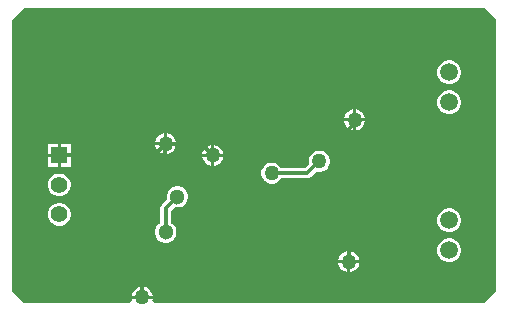
<source format=gbl>
G04*
G04 #@! TF.GenerationSoftware,Altium Limited,Altium Designer,25.2.1 (25)*
G04*
G04 Layer_Physical_Order=2*
G04 Layer_Color=16711680*
%FSLAX42Y42*%
%MOMM*%
G71*
G04*
G04 #@! TF.SameCoordinates,54F93AE9-759C-433E-98B8-B0DEF80D149C*
G04*
G04*
G04 #@! TF.FilePolarity,Positive*
G04*
G01*
G75*
%ADD31C,0.38*%
%ADD32C,1.50*%
%ADD33C,1.40*%
%ADD34R,1.40X1.40*%
%ADD35C,1.27*%
%ADD36C,1.30*%
G36*
X10500Y9400D02*
Y7100D01*
X10400Y7000D01*
X7600D01*
X7585Y7025D01*
X7589Y7037D01*
X7411D01*
X7415Y7025D01*
X7400Y7000D01*
X6500D01*
X6400Y7100D01*
Y9400D01*
X6500Y9500D01*
X10400D01*
X10500Y9400D01*
D02*
G37*
%LPC*%
G36*
X10113Y9054D02*
X10087D01*
X10061Y9048D01*
X10038Y9034D01*
X10020Y9016D01*
X10006Y8993D01*
X10000Y8967D01*
Y8941D01*
X10006Y8915D01*
X10020Y8892D01*
X10038Y8874D01*
X10061Y8860D01*
X10087Y8854D01*
X10113D01*
X10139Y8860D01*
X10162Y8874D01*
X10180Y8892D01*
X10194Y8915D01*
X10200Y8941D01*
Y8967D01*
X10194Y8993D01*
X10180Y9016D01*
X10162Y9034D01*
X10139Y9048D01*
X10113Y9054D01*
D02*
G37*
G36*
Y8800D02*
X10087D01*
X10061Y8794D01*
X10038Y8780D01*
X10020Y8762D01*
X10006Y8739D01*
X10000Y8713D01*
Y8687D01*
X10006Y8661D01*
X10020Y8638D01*
X10038Y8620D01*
X10061Y8606D01*
X10087Y8600D01*
X10113D01*
X10139Y8606D01*
X10162Y8620D01*
X10180Y8638D01*
X10194Y8661D01*
X10200Y8687D01*
Y8713D01*
X10194Y8739D01*
X10180Y8762D01*
X10162Y8780D01*
X10139Y8794D01*
X10113Y8800D01*
D02*
G37*
G36*
X9313Y8639D02*
Y8563D01*
X9389D01*
X9383Y8584D01*
X9371Y8605D01*
X9355Y8621D01*
X9334Y8633D01*
X9313Y8639D01*
D02*
G37*
G36*
X9287D02*
X9266Y8633D01*
X9245Y8621D01*
X9229Y8605D01*
X9217Y8584D01*
X9211Y8563D01*
X9287D01*
Y8639D01*
D02*
G37*
G36*
X9389Y8537D02*
X9313D01*
Y8461D01*
X9334Y8467D01*
X9355Y8479D01*
X9371Y8495D01*
X9383Y8516D01*
X9389Y8537D01*
D02*
G37*
G36*
X9287D02*
X9211D01*
X9217Y8516D01*
X9229Y8495D01*
X9245Y8479D01*
X9266Y8467D01*
X9287Y8461D01*
Y8537D01*
D02*
G37*
G36*
X7713Y8439D02*
Y8363D01*
X7789D01*
X7783Y8384D01*
X7771Y8405D01*
X7755Y8421D01*
X7734Y8433D01*
X7713Y8439D01*
D02*
G37*
G36*
X7687D02*
X7666Y8433D01*
X7645Y8421D01*
X7629Y8405D01*
X7617Y8384D01*
X7611Y8363D01*
X7687D01*
Y8439D01*
D02*
G37*
G36*
X6895Y8345D02*
X6813D01*
Y8263D01*
X6895D01*
Y8345D01*
D02*
G37*
G36*
X6787D02*
X6705D01*
Y8263D01*
X6787D01*
Y8345D01*
D02*
G37*
G36*
X8113Y8339D02*
Y8263D01*
X8189D01*
X8183Y8284D01*
X8171Y8305D01*
X8155Y8321D01*
X8134Y8333D01*
X8113Y8339D01*
D02*
G37*
G36*
X8087D02*
X8066Y8333D01*
X8045Y8321D01*
X8029Y8305D01*
X8017Y8284D01*
X8011Y8263D01*
X8087D01*
Y8339D01*
D02*
G37*
G36*
X7789Y8337D02*
X7713D01*
Y8261D01*
X7734Y8267D01*
X7755Y8279D01*
X7771Y8295D01*
X7783Y8316D01*
X7789Y8337D01*
D02*
G37*
G36*
X7687D02*
X7611D01*
X7617Y8316D01*
X7629Y8295D01*
X7645Y8279D01*
X7666Y8267D01*
X7687Y8261D01*
Y8337D01*
D02*
G37*
G36*
X8189Y8237D02*
X8113D01*
Y8161D01*
X8134Y8167D01*
X8155Y8179D01*
X8171Y8195D01*
X8183Y8216D01*
X8189Y8237D01*
D02*
G37*
G36*
X8087D02*
X8011D01*
X8017Y8216D01*
X8029Y8195D01*
X8045Y8179D01*
X8066Y8167D01*
X8087Y8161D01*
Y8237D01*
D02*
G37*
G36*
X6895Y8237D02*
X6813D01*
Y8155D01*
X6895D01*
Y8237D01*
D02*
G37*
G36*
X6787D02*
X6705D01*
Y8155D01*
X6787D01*
Y8237D01*
D02*
G37*
G36*
X9012Y8289D02*
X8988D01*
X8966Y8283D01*
X8945Y8271D01*
X8929Y8255D01*
X8917Y8234D01*
X8911Y8212D01*
Y8188D01*
X8914Y8178D01*
X8881Y8145D01*
X8676D01*
X8671Y8155D01*
X8655Y8171D01*
X8634Y8183D01*
X8612Y8189D01*
X8588D01*
X8566Y8183D01*
X8545Y8171D01*
X8529Y8155D01*
X8517Y8134D01*
X8511Y8112D01*
Y8088D01*
X8517Y8066D01*
X8529Y8045D01*
X8545Y8029D01*
X8566Y8017D01*
X8588Y8011D01*
X8612D01*
X8634Y8017D01*
X8655Y8029D01*
X8671Y8045D01*
X8676Y8055D01*
X8900D01*
X8917Y8058D01*
X8932Y8068D01*
X8978Y8114D01*
X8988Y8111D01*
X9012D01*
X9034Y8117D01*
X9055Y8129D01*
X9071Y8145D01*
X9083Y8166D01*
X9089Y8188D01*
Y8212D01*
X9083Y8234D01*
X9071Y8255D01*
X9055Y8271D01*
X9034Y8283D01*
X9012Y8289D01*
D02*
G37*
G36*
X6813Y8095D02*
X6787D01*
X6763Y8089D01*
X6741Y8076D01*
X6724Y8059D01*
X6711Y8037D01*
X6705Y8013D01*
Y7987D01*
X6711Y7963D01*
X6724Y7941D01*
X6741Y7924D01*
X6763Y7911D01*
X6787Y7905D01*
X6813D01*
X6837Y7911D01*
X6859Y7924D01*
X6876Y7941D01*
X6889Y7963D01*
X6895Y7987D01*
Y8013D01*
X6889Y8037D01*
X6876Y8059D01*
X6859Y8076D01*
X6837Y8089D01*
X6813Y8095D01*
D02*
G37*
G36*
X7812Y7990D02*
X7788D01*
X7765Y7984D01*
X7744Y7972D01*
X7728Y7956D01*
X7716Y7935D01*
X7710Y7912D01*
Y7888D01*
X7713Y7877D01*
X7668Y7832D01*
X7658Y7817D01*
X7655Y7800D01*
Y7678D01*
X7644Y7672D01*
X7628Y7656D01*
X7616Y7635D01*
X7610Y7612D01*
Y7588D01*
X7616Y7565D01*
X7628Y7544D01*
X7644Y7528D01*
X7665Y7516D01*
X7688Y7510D01*
X7712D01*
X7735Y7516D01*
X7756Y7528D01*
X7772Y7544D01*
X7784Y7565D01*
X7790Y7588D01*
Y7612D01*
X7784Y7635D01*
X7772Y7656D01*
X7756Y7672D01*
X7745Y7678D01*
Y7781D01*
X7777Y7813D01*
X7788Y7810D01*
X7812D01*
X7835Y7816D01*
X7856Y7828D01*
X7872Y7844D01*
X7884Y7865D01*
X7890Y7888D01*
Y7912D01*
X7884Y7935D01*
X7872Y7956D01*
X7856Y7972D01*
X7835Y7984D01*
X7812Y7990D01*
D02*
G37*
G36*
X6813Y7845D02*
X6787D01*
X6763Y7839D01*
X6741Y7826D01*
X6724Y7809D01*
X6711Y7787D01*
X6705Y7763D01*
Y7737D01*
X6711Y7713D01*
X6724Y7691D01*
X6741Y7674D01*
X6763Y7661D01*
X6787Y7655D01*
X6813D01*
X6837Y7661D01*
X6859Y7674D01*
X6876Y7691D01*
X6889Y7713D01*
X6895Y7737D01*
Y7763D01*
X6889Y7787D01*
X6876Y7809D01*
X6859Y7826D01*
X6837Y7839D01*
X6813Y7845D01*
D02*
G37*
G36*
X10113Y7800D02*
X10087D01*
X10061Y7794D01*
X10038Y7780D01*
X10020Y7762D01*
X10006Y7739D01*
X10000Y7713D01*
Y7687D01*
X10006Y7661D01*
X10020Y7638D01*
X10038Y7620D01*
X10061Y7606D01*
X10087Y7600D01*
X10113D01*
X10139Y7606D01*
X10162Y7620D01*
X10180Y7638D01*
X10194Y7661D01*
X10200Y7687D01*
Y7713D01*
X10194Y7739D01*
X10180Y7762D01*
X10162Y7780D01*
X10139Y7794D01*
X10113Y7800D01*
D02*
G37*
G36*
X9263Y7439D02*
Y7363D01*
X9339D01*
X9333Y7384D01*
X9321Y7405D01*
X9305Y7421D01*
X9284Y7433D01*
X9263Y7439D01*
D02*
G37*
G36*
X9237D02*
X9216Y7433D01*
X9195Y7421D01*
X9179Y7405D01*
X9167Y7384D01*
X9161Y7363D01*
X9237D01*
Y7439D01*
D02*
G37*
G36*
X10113Y7546D02*
X10087D01*
X10061Y7540D01*
X10038Y7526D01*
X10020Y7508D01*
X10006Y7485D01*
X10000Y7459D01*
Y7433D01*
X10006Y7407D01*
X10020Y7384D01*
X10038Y7366D01*
X10061Y7352D01*
X10087Y7346D01*
X10113D01*
X10139Y7352D01*
X10162Y7366D01*
X10180Y7384D01*
X10194Y7407D01*
X10200Y7433D01*
Y7459D01*
X10194Y7485D01*
X10180Y7508D01*
X10162Y7526D01*
X10139Y7540D01*
X10113Y7546D01*
D02*
G37*
G36*
X9339Y7337D02*
X9263D01*
Y7261D01*
X9284Y7267D01*
X9305Y7279D01*
X9321Y7295D01*
X9333Y7316D01*
X9339Y7337D01*
D02*
G37*
G36*
X9237D02*
X9161D01*
X9167Y7316D01*
X9179Y7295D01*
X9195Y7279D01*
X9216Y7267D01*
X9237Y7261D01*
Y7337D01*
D02*
G37*
G36*
X7513Y7139D02*
Y7063D01*
X7589D01*
X7583Y7084D01*
X7571Y7105D01*
X7555Y7121D01*
X7534Y7133D01*
X7513Y7139D01*
D02*
G37*
G36*
X7487D02*
X7466Y7133D01*
X7445Y7121D01*
X7429Y7105D01*
X7417Y7084D01*
X7411Y7063D01*
X7487D01*
Y7139D01*
D02*
G37*
%LPD*%
D31*
X9250Y7350D02*
Y8476D01*
X9300Y8526D02*
Y8550D01*
X9250Y8476D02*
X9300Y8526D01*
X8000Y8350D02*
X8100Y8250D01*
X7700Y8350D02*
X8000D01*
X7500Y7050D02*
Y7690D01*
X7691Y7880D01*
Y8341D01*
X7700Y8350D01*
Y7800D02*
X7800Y7900D01*
X7700Y7600D02*
Y7800D01*
X7600Y8250D02*
X7700Y8350D01*
X6800Y8250D02*
X7600D01*
X8600Y8100D02*
X8900D01*
X9000Y8200D01*
D32*
X10100Y7446D02*
D03*
Y7700D02*
D03*
Y8954D02*
D03*
Y8700D02*
D03*
D33*
X6800Y7750D02*
D03*
Y8000D02*
D03*
D34*
Y8250D02*
D03*
D35*
X9250Y7350D02*
D03*
X9300Y8550D02*
D03*
X8100Y8250D02*
D03*
X7500Y7050D02*
D03*
X7700Y8350D02*
D03*
X8600Y8100D02*
D03*
X9000Y8200D02*
D03*
D36*
X7700Y7600D02*
D03*
X7800Y7900D02*
D03*
M02*

</source>
